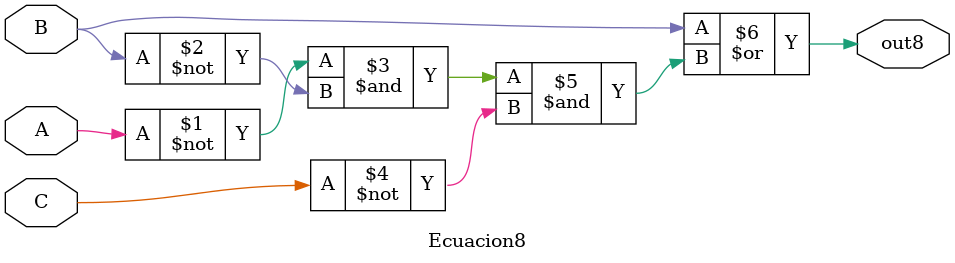
<source format=v>


//Ejercicio 01 - Tabla 1 - Ecuacion1 Y=A'C'+AB'+AC
module Ecuacion1(input wire A,B,C, output wire out1 );
	wire wAn, wBn, wCn, wa1, wa2, wa3, wa4, wa5; //w=wire "A" "B" "C" n=not a=and 
	
	
	
	not (wAn, A);
	not (wBn, B);
	not (wCn, C);
	and (wa1,wAn,wCn);
	and (wa2,A,wBn);
	and (wa3,A,C);
	or  (out1,wa1,wa2,wa3);
	
endmodule
//--------------------------------------------------------------------------------------------------------------------------
//Ejercicio 01 - Tabla 2 - Ecuacion2 Y=B'
module Ecuacion2(input wire B, output wire out2);
	wire  wBn; //w=wire "A" "B" "C" n=not a=and 
	

	not (out2, B);
	
endmodule
//--------------------------------------------------------------------------------------------------------------------------
//Ejercicio 01 - Tabla 3 - Ecuacion3 Y=A'B'C'D'+ABC'D'+A'BC'D+AB'C'D+A'B'CD+ABCD+A'BCD'+AB'CD'
module Ecuacion3(input wire A,B,C,D, output wire out3);
	wire wAn, wBn, wCn,wDn, wa1, wa2, wa3, wa4, wa5, wa6, wa7, wa8; //w=wire "A" "B" "C" n=not a=and 
		

	not (wAn, A);
	not (wBn, B);
	not (wCn, C);
	not (wDn, D);
	and (wa1,wAn,wBn,wCn,wDn);
	and (wa2,A,B,wCn,wDn);
	and (wa3,wAn,B,wCn,D);
	and (wa4,A,wBn,wCn,D);
	and (wa5,wAn,wBn,C,D);
	and (wa6,A,B,C,D);
	and (wa7,wAn,B,C,wDn);
	and (wa8,A,wBn,C,wDn);
	or  (out3,wa1,wa2,wa3,wa4, wa5, wa6, wa7, wa8);
	
endmodule
//--------------------------------------------------------------------------------------------------------------------------
//Ejercicio 01 - Tabla 4 - Ecuacion4 Y=B'D'+ABD'+BD
module Ecuacion4(input wire A,B,C,D, output wire out4);
	wire wAn, wBn, wCn,wDn, wa1, wa2, wa3,wa4; //w=wire "A" "B" "C" n=not a=and 
	
	

	not (wAn, A);
	not (wBn, B);
	not (wCn, C);
	not (wDn, D);
	and (wa1,wBn,wDn);
	and (wa2,A,B,wDn);
	and (wa3,B,D);
	and (wa4,A,C);
	or  (out4,wa1,wa2,wa3,wa4);
	
endmodule

//--------------------------------------------------------------------------------------------------------------------------
//Ejercicio 02 - Tabla 1 - Ecuacion5 Y=A´B´C´D´+AC´+AB´C+ABCD'
module Ecuacion5(input wire A,B,C,D, output wire out5);
assign out5=(~A&~B&~C&~D)|(A&~C)|(A&~B&C)|(A&B&C&~D);
endmodule
//--------------------------------------------------------------------------------------------------------------------------
//Ejercicio 02 - Tabla 2 - Ecuacion6 Y=C+B'C'
module Ecuacion6(input wire B,C, output wire out6);
assign out6=C|(~B&~C);
endmodule
//--------------------------------------------------------------------------------------------------------------------------
//Ejercicio 02 - Tabla 3 - Ecuacion7 Y=BC'+BC+B'C'D
module Ecuacion7(input wire B,C,D, output wire out7);
assign out7=(B&~C)|(B&C)|(~B&~C&D);
endmodule
//--------------------------------------------------------------------------------------------------------------------------
//Ejercicio 02 - Tabla 4 - Ecuacion8 Y=
module Ecuacion8(input wire A,B,C, output wire out8);
assign out8=B|(~A&~B&~C);
endmodule











</source>
